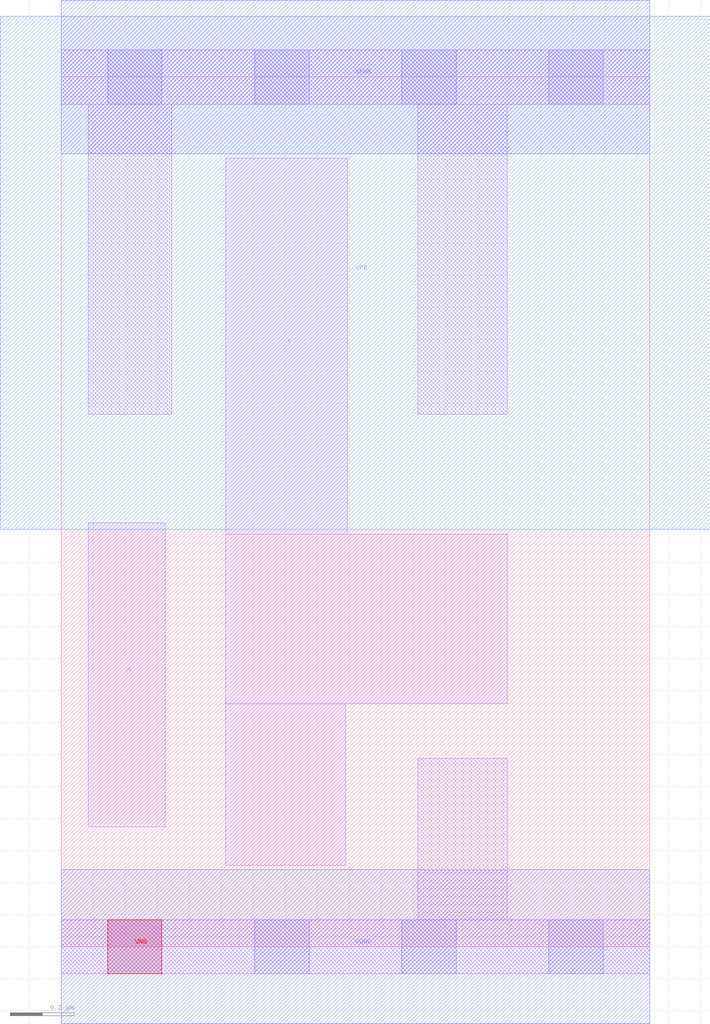
<source format=lef>
# Copyright 2020 The SkyWater PDK Authors
#
# Licensed under the Apache License, Version 2.0 (the "License");
# you may not use this file except in compliance with the License.
# You may obtain a copy of the License at
#
#     https://www.apache.org/licenses/LICENSE-2.0
#
# Unless required by applicable law or agreed to in writing, software
# distributed under the License is distributed on an "AS IS" BASIS,
# WITHOUT WARRANTIES OR CONDITIONS OF ANY KIND, either express or implied.
# See the License for the specific language governing permissions and
# limitations under the License.
#
# SPDX-License-Identifier: Apache-2.0

VERSION 5.7 ;
  NOWIREEXTENSIONATPIN ON ;
  DIVIDERCHAR "/" ;
  BUSBITCHARS "[]" ;
PROPERTYDEFINITIONS
  MACRO maskLayoutSubType STRING ;
  MACRO prCellType STRING ;
  MACRO originalViewName STRING ;
END PROPERTYDEFINITIONS
MACRO sky130_fd_sc_hdll__clkinv_1
  CLASS CORE ;
  FOREIGN sky130_fd_sc_hdll__clkinv_1 ;
  ORIGIN  0.000000  0.000000 ;
  SIZE  1.840000 BY  2.720000 ;
  SYMMETRY X Y R90 ;
  SITE unithd ;
  PIN A
    ANTENNAGATEAREA  0.365400 ;
    DIRECTION INPUT ;
    USE SIGNAL ;
    PORT
      LAYER li1 ;
        RECT 0.085000 0.375000 0.325000 1.325000 ;
    END
  END A
  PIN VGND
    ANTENNADIFFAREA  0.119700 ;
    DIRECTION INOUT ;
    USE SIGNAL ;
    PORT
      LAYER met1 ;
        RECT 0.000000 -0.240000 1.840000 0.240000 ;
    END
  END VGND
  PIN VPWR
    ANTENNADIFFAREA  0.470400 ;
    DIRECTION INOUT ;
    USE SIGNAL ;
    PORT
      LAYER met1 ;
        RECT 0.000000 2.480000 1.840000 2.960000 ;
    END
  END VPWR
  PIN Y
    ANTENNADIFFAREA  0.375900 ;
    DIRECTION OUTPUT ;
    USE SIGNAL ;
    PORT
      LAYER li1 ;
        RECT 0.515000 0.255000 0.890000 0.760000 ;
        RECT 0.515000 0.760000 1.395000 1.290000 ;
        RECT 0.515000 1.290000 0.895000 2.465000 ;
    END
  END Y
  PIN VNB
    DIRECTION INOUT ;
    USE GROUND ;
    PORT
      LAYER pwell ;
        RECT 0.145000 -0.085000 0.315000 0.085000 ;
    END
  END VNB
  PIN VPB
    DIRECTION INOUT ;
    USE POWER ;
    PORT
      LAYER nwell ;
        RECT -0.190000 1.305000 2.030000 2.910000 ;
    END
  END VPB
  OBS
    LAYER li1 ;
      RECT 0.000000 -0.085000 1.840000 0.085000 ;
      RECT 0.000000  2.635000 1.840000 2.805000 ;
      RECT 0.085000  1.665000 0.345000 2.635000 ;
      RECT 1.115000  0.085000 1.395000 0.590000 ;
      RECT 1.115000  1.665000 1.395000 2.635000 ;
    LAYER mcon ;
      RECT 0.145000 -0.085000 0.315000 0.085000 ;
      RECT 0.145000  2.635000 0.315000 2.805000 ;
      RECT 0.605000 -0.085000 0.775000 0.085000 ;
      RECT 0.605000  2.635000 0.775000 2.805000 ;
      RECT 1.065000 -0.085000 1.235000 0.085000 ;
      RECT 1.065000  2.635000 1.235000 2.805000 ;
      RECT 1.525000 -0.085000 1.695000 0.085000 ;
      RECT 1.525000  2.635000 1.695000 2.805000 ;
  END
  PROPERTY maskLayoutSubType "abstract" ;
  PROPERTY prCellType "standard" ;
  PROPERTY originalViewName "layout" ;
END sky130_fd_sc_hdll__clkinv_1
END LIBRARY

</source>
